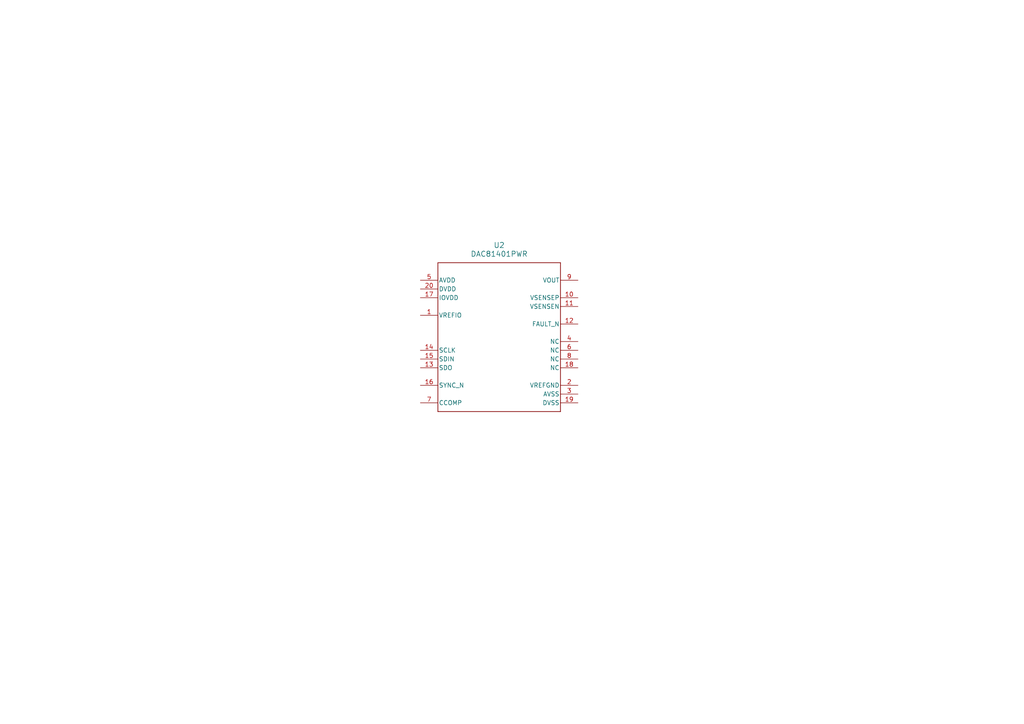
<source format=kicad_sch>
(kicad_sch (version 20250114) (generator "eeschema") (generator_version "9.0")
  (paper "A4")
  (lib_symbols
    (symbol "DAC81401:DAC81401PWR" (pin_names (offset 0.254))
      (property "Reference" "U" (at 0 2.54 0))
      (property "Value" "DAC81401PWR" (at 0 0 0))
      (symbol "DAC81401PWR_0_1"
        (polyline (pts (xy 3.81 5.08) (xy 3.81 -38.1)) (stroke (width 0.2032)))
        (polyline (pts (xy 3.81 -38.1) (xy 39.37 -38.1)) (stroke (width 0.2032)))
        (polyline (pts (xy 39.37 5.08) (xy 3.81 5.08)) (stroke (width 0.2032)))
        (polyline (pts (xy 39.37 -38.1) (xy 39.37 5.08)) (stroke (width 0.2032)))
        (pin power_in line (at -1.27 0 0) (length 5.08) (name "AVDD") (number "5"))
        (pin power_in line (at -1.27 -2.54 0) (length 5.08) (name "DVDD") (number "20"))
        (pin power_in line (at -1.27 -5.08 0) (length 5.08) (name "IOVDD") (number "17"))
        (pin unspecified line (at -1.27 -10.16 0) (length 5.08) (name "VREFIO") (number "1"))
        (pin input line (at -1.27 -20.32 0) (length 5.08) (name "SCLK") (number "14"))
        (pin input line (at -1.27 -22.86 0) (length 5.08) (name "SDIN") (number "15"))
        (pin output line (at -1.27 -25.4 0) (length 5.08) (name "SDO") (number "13"))
        (pin input line (at -1.27 -30.48 0) (length 5.08) (name "SYNC_N") (number "16"))
        (pin unspecified line (at -1.27 -35.56 0) (length 5.08) (name "CCOMP") (number "7"))
        (pin unspecified line (at 44.45 0 180) (length 5.08) (name "VOUT") (number "9"))
        (pin power_in line (at 44.45 -5.08 180) (length 5.08) (name "VSENSEP") (number "10"))
        (pin power_in line (at 44.45 -7.62 180) (length 5.08) (name "VSENSEN") (number "11"))
        (pin open_collector line (at 44.45 -12.7 180) (length 5.08) (name "FAULT_N") (number "12"))
        (pin unspecified line (at 44.45 -17.78 180) (length 5.08) (name "NC") (number "4"))
        (pin unspecified line (at 44.45 -20.32 180) (length 5.08) (name "NC") (number "6"))
        (pin unspecified line (at 44.45 -22.86 180) (length 5.08) (name "NC") (number "8"))
        (pin unspecified line (at 44.45 -25.4 180) (length 5.08) (name "NC") (number "18"))
        (pin power_in line (at 44.45 -30.48 180) (length 5.08) (name "VREFGND") (number "2"))
        (pin power_in line (at 44.45 -33.02 180) (length 5.08) (name "AVSS") (number "3"))
        (pin power_in line (at 44.45 -35.56 180) (length 5.08) (name "DVSS") (number "19"))
      )
    )
  )
  (symbol (lib_id "DAC81401:DAC81401PWR") (at 123.19 81.28 0) (unit 1)
    (property "Reference" "U2" (at 144.78 71.12 0) (effects (font (size 1.524 1.524))))
    (property "Value" "DAC81401PWR" (at 144.78 73.66 0) (effects (font (size 1.524 1.524))))
    (property "Footprint" "PW0020A-IPC_A" (effects (hide yes)))
    (property "Datasheet" "https://www.ti.com/lit/gpn/dac81401" (effects (hide yes)))
  )
)
</source>
